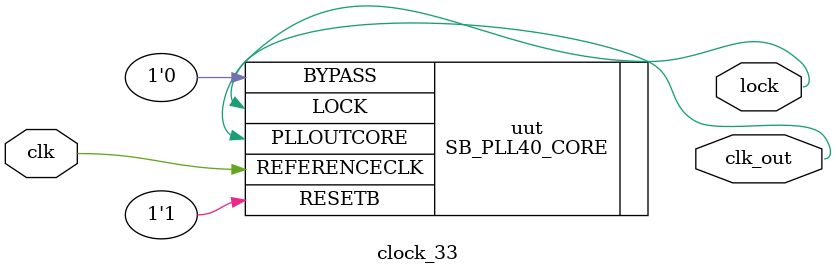
<source format=v>
module clock_33 (
  input wire clk,
  output wire clk_out,
  output wire lock
);
  SB_PLL40_CORE #(.FEEDBACK_PATH("SIMPLE"),
    .PLLOUT_SELECT("GENCLK"),
    .DIVR(4'b0000),
    .DIVF(7'b1010111),
    .DIVQ(3'b101),
    .FILTER_RANGE(3'b001)
  ) uut (
    .REFERENCECLK(clk),
    .PLLOUTCORE(clk_out),
    .LOCK(lock),
    .RESETB(1'b1),
    .BYPASS(1'b0)
  );

endmodule

</source>
